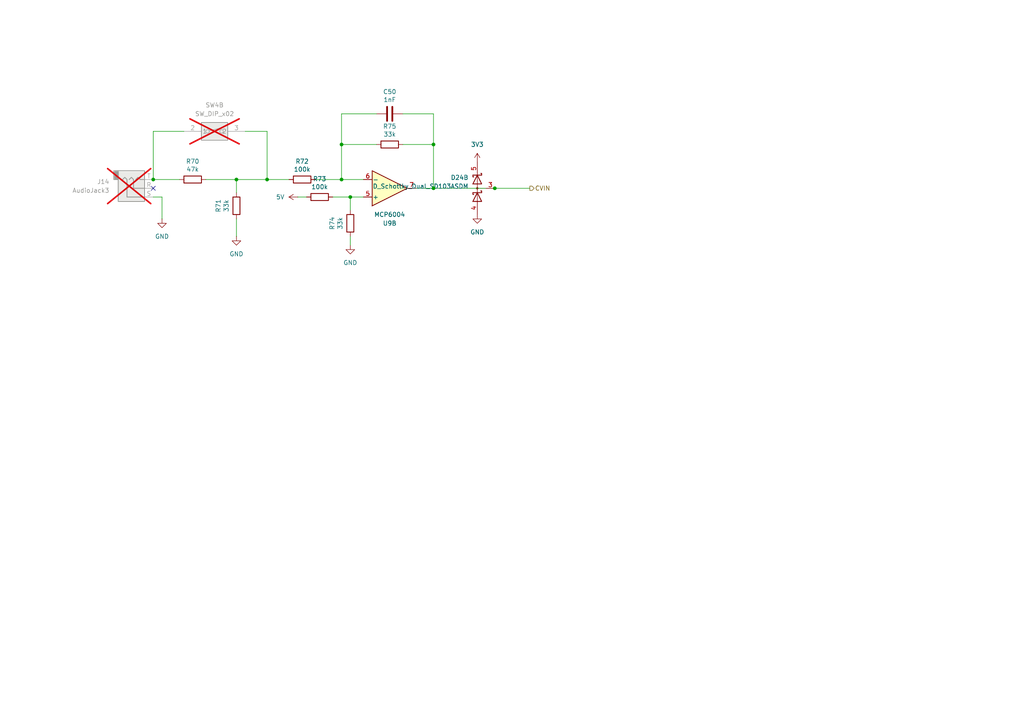
<source format=kicad_sch>
(kicad_sch (version 20231120) (generator "eeschema") (generator_version "8.0")
  (paper "A4")
  (lib_symbols
    (symbol "Amplifier_Operational:MCP6004" (pin_names (offset 0.127))
      (property "Reference" "U" (at 0 5.08 0))
      (property "Value" "MCP6004" (at 0 -5.08 0))
      (symbol "MCP6004_1_1"
        (polyline (pts (xy -5.08 5.08) (xy 5.08 0) (xy -5.08 -5.08) (xy -5.08 5.08)) (stroke (width 0.254)) (fill (type background)))
        (pin output line (at 7.62 0 180) (length 2.54) (name "~") (number "1"))
        (pin input line (at -7.62 -2.54 0) (length 2.54) (name "-") (number "2"))
        (pin input line (at -7.62 2.54 0) (length 2.54) (name "+") (number "3"))
      )
      (symbol "MCP6004_2_1"
        (polyline (pts (xy -5.08 5.08) (xy 5.08 0) (xy -5.08 -5.08) (xy -5.08 5.08)) (stroke (width 0.254)) (fill (type background)))
        (pin input line (at -7.62 2.54 0) (length 2.54) (name "+") (number "5"))
        (pin input line (at -7.62 -2.54 0) (length 2.54) (name "-") (number "6"))
        (pin output line (at 7.62 0 180) (length 2.54) (name "~") (number "7"))
      )
      (symbol "MCP6004_3_1"
        (polyline (pts (xy -5.08 5.08) (xy 5.08 0) (xy -5.08 -5.08) (xy -5.08 5.08)) (stroke (width 0.254)) (fill (type background)))
        (pin input line (at -7.62 2.54 0) (length 2.54) (name "+") (number "10"))
        (pin output line (at 7.62 0 180) (length 2.54) (name "~") (number "8"))
        (pin input line (at -7.62 -2.54 0) (length 2.54) (name "-") (number "9"))
      )
      (symbol "MCP6004_4_1"
        (polyline (pts (xy -5.08 5.08) (xy 5.08 0) (xy -5.08 -5.08) (xy -5.08 5.08)) (stroke (width 0.254)) (fill (type background)))
        (pin input line (at -7.62 2.54 0) (length 2.54) (name "+") (number "12"))
        (pin input line (at -7.62 -2.54 0) (length 2.54) (name "-") (number "13"))
        (pin output line (at 7.62 0 180) (length 2.54) (name "~") (number "14"))
      )
      (symbol "MCP6004_5_1"
        (pin power_in line (at -2.54 -7.62 90) (length 3.81) (name "V-") (number "11"))
        (pin power_in line (at -2.54 7.62 270) (length 3.81) (name "V+") (number "4"))
      )
    )
    (symbol "Connector_Audio:AudioJack3"
      (property "Reference" "J" (at 0 8.89 0))
      (property "Value" "AudioJack3" (at 0 6.35 0))
      (symbol "AudioJack3_0_1"
        (rectangle (start -5.08 -5.08) (end -6.35 -2.54) (stroke (width 0.254)) (fill (type outline)))
        (polyline (pts (xy 0 -2.54) (xy 0.635 -3.175) (xy 1.27 -2.54) (xy 2.54 -2.54)) (stroke (width 0.254)))
        (polyline (pts (xy -1.905 -2.54) (xy -1.27 -3.175) (xy -0.635 -2.54) (xy -0.635 0) (xy 2.54 0)) (stroke (width 0.254)))
        (polyline (pts (xy 2.54 2.54) (xy -2.54 2.54) (xy -2.54 -2.54) (xy -3.175 -3.175) (xy -3.81 -2.54)) (stroke (width 0.254)))
        (rectangle (start 2.54 3.81) (end -5.08 -5.08) (stroke (width 0.254)) (fill (type background)))
      )
      (symbol "AudioJack3_1_1"
        (pin passive line (at 5.08 0 180) (length 2.54) (name "~") (number "R"))
        (pin passive line (at 5.08 2.54 180) (length 2.54) (name "~") (number "S"))
        (pin passive line (at 5.08 -2.54 180) (length 2.54) (name "~") (number "T"))
      )
    )
    (symbol "Device:C" (pin_numbers hide) (pin_names (offset 0.254))
      (property "Reference" "C" (at 0.635 2.54 0))
      (property "Value" "C" (at 0.635 -2.54 0))
      (symbol "C_0_1"
        (polyline (pts (xy -2.032 -0.762) (xy 2.032 -0.762)) (stroke (width 0.508)))
        (polyline (pts (xy -2.032 0.762) (xy 2.032 0.762)) (stroke (width 0.508)))
      )
      (symbol "C_1_1"
        (pin passive line (at 0 3.81 270) (length 2.794) (name "~") (number "1"))
        (pin passive line (at 0 -3.81 90) (length 2.794) (name "~") (number "2"))
      )
    )
    (symbol "Device:R" (pin_numbers hide) (pin_names (offset 0))
      (property "Reference" "R" (at 2.032 0 90))
      (property "Value" "R" (at 0 0 90))
      (symbol "R_0_1"
        (rectangle (start -1.016 -2.54) (end 1.016 2.54) (stroke (width 0.254)))
      )
      (symbol "R_1_1"
        (pin passive line (at 0 3.81 270) (length 1.27) (name "~") (number "1"))
        (pin passive line (at 0 -3.81 90) (length 1.27) (name "~") (number "2"))
      )
    )
    (symbol "asynthosc_lib:D_Schottky_Dual_SD103ASDM" (pin_names (offset 0.762) hide)
      (property "Reference" "D" (at 1.27 -2.54 0))
      (property "Value" "D_Schottky_Dual_SD103ASDM" (at 0 2.54 0))
      (symbol "D_Schottky_Dual_SD103ASDM_0_1"
        (polyline (pts (xy 0 0) (xy 0 -2.54)))
        (polyline (pts (xy 3.81 0) (xy -3.81 0)))
        (polyline (pts (xy -1.27 -1.27) (xy -1.27 1.27) (xy -1.27 1.27)) (stroke (width 0.254)))
        (polyline (pts (xy 3.81 1.27) (xy 3.81 -1.27) (xy 3.81 -1.27)) (stroke (width 0.254)))
        (polyline (pts (xy -1.27 -1.27) (xy -0.762 -1.27) (xy -0.762 -1.016) (xy -0.762 -1.016)) (stroke (width 0.254)))
        (polyline (pts (xy 3.81 -1.27) (xy 4.318 -1.27) (xy 4.318 -1.016) (xy 4.318 -1.016)) (stroke (width 0.254)))
        (polyline (pts (xy 3.81 1.27) (xy 3.302 1.27) (xy 3.302 1.016) (xy 3.302 1.016)) (stroke (width 0.254)))
        (polyline (pts (xy -1.778 1.016) (xy -1.778 1.27) (xy -1.27 1.27) (xy -1.27 1.27) (xy -1.27 1.27)) (stroke (width 0.254)))
        (polyline (pts (xy -3.81 1.27) (xy -1.27 0) (xy -3.81 -1.27) (xy -3.81 1.27) (xy -3.81 1.27) (xy -3.81 1.27)) (stroke (width 0.254)))
        (polyline (pts (xy 1.27 1.27) (xy 3.81 0) (xy 1.27 -1.27) (xy 1.27 1.27) (xy 1.27 1.27) (xy 1.27 1.27)) (stroke (width 0.254)))
        (circle (center 0 0) (radius 0.254) (fill (type outline)))
      )
      (symbol "D_Schottky_Dual_SD103ASDM_1_1"
        (pin passive line (at -7.62 0 0) (length 3.81) (name "A") (number "1"))
        (pin passive line (at 7.62 0 180) (length 3.81) (name "K") (number "2"))
        (pin passive line (at 0 -5.08 90) (length 2.54) (name "common") (number "6"))
      )
      (symbol "D_Schottky_Dual_SD103ASDM_2_1"
        (pin passive line (at 0 -5.08 90) (length 2.54) (name "common") (number "3"))
        (pin passive line (at -7.62 0 0) (length 3.81) (name "A") (number "4"))
        (pin passive line (at 7.62 0 180) (length 3.81) (name "K") (number "5"))
      )
    )
    (symbol "asynthosc_lib:SW_DIP_x02_SEP" (pin_names (offset 0.254))
      (property "Reference" "SW" (at -2.54 4.064 0))
      (property "Value" "SW_DIP_x02" (at 0.254 -3.81 0))
      (symbol "SW_DIP_x02_SEP_0_0"
        (circle (center -2.032 0) (radius 0.508))
        (polyline (pts (xy -1.524 0.127) (xy 2.3622 1.1684)))
        (circle (center 2.032 0) (radius 0.508))
      )
      (symbol "SW_DIP_x02_SEP_0_1"
        (rectangle (start -3.81 2.54) (end 3.81 -2.54) (stroke (width 0.254)) (fill (type background)))
      )
      (symbol "SW_DIP_x02_SEP_1_1"
        (pin passive line (at -8.89 0 0) (length 5.08) (name "1") (number "1"))
        (pin passive line (at 8.89 0 180) (length 5.08) (name "2") (number "4"))
      )
      (symbol "SW_DIP_x02_SEP_2_1"
        (pin passive line (at -8.89 0 0) (length 5.08) (name "1") (number "2"))
        (pin passive line (at 8.89 0 180) (length 5.08) (name "2") (number "3"))
      )
    )
    (symbol "power:+3V3" (power) (pin_numbers hide) (pin_names (offset 0) hide)
      (property "Value" "+3V3" (at 0 3.556 0))
      (symbol "+3V3_0_1"
        (polyline (pts (xy -0.762 1.27) (xy 0 2.54)))
        (polyline (pts (xy 0 0) (xy 0 2.54)))
        (polyline (pts (xy 0 2.54) (xy 0.762 1.27)))
      )
      (symbol "+3V3_1_1"
        (pin power_in line (at 0 0 90) (length 0) (name "~") (number "1"))
      )
    )
    (symbol "power:GND" (power) (pin_numbers hide) (pin_names (offset 0) hide)
      (property "Value" "GND" (at 0 -3.81 0))
      (symbol "GND_0_1"
        (polyline (pts (xy 0 0) (xy 0 -1.27) (xy 1.27 -1.27) (xy 0 -2.54) (xy -1.27 -1.27) (xy 0 -1.27)))
      )
      (symbol "GND_1_1"
        (pin power_in line (at 0 0 270) (length 0) (name "~") (number "1"))
      )
    )
  )
  (junction (at 77.47 52.07))
  (junction (at 143.51 54.61))
  (junction (at 44.45 52.07))
  (junction (at 101.6 57.15))
  (junction (at 99.06 52.07))
  (junction (at 99.06 41.91))
  (junction (at 68.58 52.07))
  (junction (at 125.73 41.91))
  (junction (at 125.73 54.61))
  (no_connect (at 44.45 54.61))
  (wire (pts (xy 96.52 57.15) (xy 101.6 57.15)))
  (wire (pts (xy 101.6 57.15) (xy 105.41 57.15)))
  (wire (pts (xy 116.84 41.91) (xy 125.73 41.91)))
  (wire (pts (xy 109.22 33.02) (xy 99.06 33.02)))
  (wire (pts (xy 99.06 41.91) (xy 99.06 52.07)))
  (wire (pts (xy 125.73 54.61) (xy 120.65 54.61)))
  (wire (pts (xy 68.58 63.5) (xy 68.58 68.58)))
  (wire (pts (xy 125.73 41.91) (xy 125.73 54.61)))
  (wire (pts (xy 143.51 54.61) (xy 153.67 54.61)))
  (wire (pts (xy 86.36 57.15) (xy 88.9 57.15)))
  (wire (pts (xy 91.44 52.07) (xy 99.06 52.07)))
  (wire (pts (xy 46.99 57.15) (xy 44.45 57.15)))
  (wire (pts (xy 68.58 52.07) (xy 68.58 55.88)))
  (wire (pts (xy 109.22 41.91) (xy 99.06 41.91)))
  (wire (pts (xy 46.99 57.15) (xy 46.99 63.5)))
  (wire (pts (xy 83.82 52.07) (xy 77.47 52.07)))
  (wire (pts (xy 44.45 52.07) (xy 52.07 52.07)))
  (wire (pts (xy 125.73 33.02) (xy 125.73 41.91)))
  (wire (pts (xy 99.06 52.07) (xy 105.41 52.07)))
  (wire (pts (xy 44.45 52.07) (xy 44.45 38.1)))
  (wire (pts (xy 77.47 38.1) (xy 77.47 52.07)))
  (wire (pts (xy 99.06 33.02) (xy 99.06 41.91)))
  (wire (pts (xy 101.6 68.58) (xy 101.6 71.12)))
  (wire (pts (xy 59.69 52.07) (xy 68.58 52.07)))
  (wire (pts (xy 44.45 38.1) (xy 53.34 38.1)))
  (wire (pts (xy 125.73 54.61) (xy 143.51 54.61)))
  (wire (pts (xy 101.6 60.96) (xy 101.6 57.15)))
  (wire (pts (xy 68.58 52.07) (xy 77.47 52.07)))
  (wire (pts (xy 116.84 33.02) (xy 125.73 33.02)))
  (wire (pts (xy 71.12 38.1) (xy 77.47 38.1)))
  (hierarchical_label "CVIN" (shape output) (at 153.67 54.61 0))
  (symbol (lib_id "power:GND") (at 101.6 71.12 0) (unit 1)
    (property "Reference" "#PWR0124" (effects (hide yes)))
    (property "Value" "GND" (at 101.6 76.2 0))
    (property "Description" "Power symbol creates a global label with name \"GND\" , ground" (effects (hide yes)))
    (instances (project "asynthosc" (path "" (reference "#PWR0124") (unit 1)) (path "" (reference "#PWR085") (unit 1)) (path "" (reference "#PWR079") (unit 1)) (path "" (reference "#PWR073") (unit 1))))
  )
  (symbol (lib_id "power:+3V3") (at 86.36 57.15 90) (unit 1)
    (property "Reference" "#PWR0123" (effects (hide yes)))
    (property "Value" "5V" (at 82.55 57.1499 90) (effects (justify left)))
    (property "Description" "Power symbol creates a global label with name \"+3V3\"" (effects (hide yes)))
    (instances (project "asynthosc" (path "" (reference "#PWR0123") (unit 1)) (path "" (reference "#PWR084") (unit 1)) (path "" (reference "#PWR078") (unit 1)) (path "" (reference "#PWR072") (unit 1))))
  )
  (symbol (lib_id "Device:R") (at 113.03 41.91 270) (unit 1)
    (property "Reference" "R75" (at 113.03 36.6522 90))
    (property "Value" "33k" (at 113.03 38.9636 90))
    (property "Footprint" "Resistor_SMD:R_0402_1005Metric" (effects (hide yes)))
    (property "Description" "Resistor" (effects (hide yes)))
    (property "LCSC" "C25779" (effects (hide yes)))
    (property "RefNum" "_generic_" (effects (hide yes)))
    (property "JLC" "0402" (effects (hide yes)))
    (instances (project "asynthosc" (path "" (reference "R75") (unit 1)) (path "" (reference "R44") (unit 1)) (path "" (reference "R38") (unit 1)) (path "" (reference "R32") (unit 1))))
  )
  (symbol (lib_id "Device:R") (at 55.88 52.07 270) (unit 1)
    (property "Reference" "R70" (at 55.88 46.8122 90))
    (property "Value" "47k" (at 55.88 49.1236 90))
    (property "Footprint" "Resistor_SMD:R_0402_1005Metric" (effects (hide yes)))
    (property "Description" "Resistor" (effects (hide yes)))
    (property "LCSC" "C25792" (effects (hide yes)))
    (property "RefNum" "_generic_" (effects (hide yes)))
    (property "JLC" "0402" (effects (hide yes)))
    (instances (project "asynthosc" (path "" (reference "R70") (unit 1)) (path "" (reference "R39") (unit 1)) (path "" (reference "R33") (unit 1)) (path "" (reference "R27") (unit 1))))
  )
  (symbol (lib_id "power:GND") (at 68.58 68.58 0) (unit 1)
    (property "Reference" "#PWR0122" (effects (hide yes)))
    (property "Value" "GND" (at 68.58 73.66 0))
    (property "Description" "Power symbol creates a global label with name \"GND\" , ground" (effects (hide yes)))
    (instances (project "asynthosc" (path "" (reference "#PWR0122") (unit 1)) (path "" (reference "#PWR083") (unit 1)) (path "" (reference "#PWR077") (unit 1)) (path "" (reference "#PWR071") (unit 1))))
  )
  (symbol (lib_id "power:GND") (at 138.43 62.23 0) (unit 1)
    (property "Reference" "#PWR0155" (effects (hide yes)))
    (property "Value" "GND" (at 138.43 67.31 0))
    (property "Description" "Power symbol creates a global label with name \"GND\" , ground" (effects (hide yes)))
    (instances (project "asynthosc" (path "" (reference "#PWR0155") (unit 1)) (path "" (reference "#PWR0154") (unit 1)) (path "" (reference "#PWR0153") (unit 1)) (path "" (reference "#PWR0152") (unit 1))))
  )
  (symbol (lib_id "asynthosc_lib:D_Schottky_Dual_SD103ASDM") (at 138.43 54.61 90) (unit 2)
    (property "Reference" "D24" (at 135.89 51.4984 90) (effects (justify left)))
    (property "Value" "D_Schottky_Dual_SD103ASDM" (at 135.89 54.0384 90) (effects (justify left)))
    (property "Footprint" "Package_TO_SOT_SMD:SOT-23-6" (effects (hide yes)))
    (property "Description" "Dual Schottky diode, anode/center/cathode" (effects (hide yes)))
    (property "LCSC" "C154909" (effects (hide yes)))
    (property "Manufacturer" "Diodes, Inc" (effects (hide yes)))
    (property "RefNum" "SD103ASDM-7-F" (effects (hide yes)))
    (property "JLC" "SOT-23-6" (effects (hide yes)))
    (instances (project "asynthosc" (path "" (reference "D24") (unit 2)) (path "" (reference "D24") (unit 1)) (path "" (reference "D22") (unit 2)) (path "" (reference "D22") (unit 1))))
  )
  (symbol (lib_id "asynthosc_lib:SW_DIP_x02_SEP") (at 62.23 38.1 0) (unit 2) (dnp yes)
    (property "Reference" "SW4" (at 62.23 30.48 0))
    (property "Value" "SW_DIP_x02" (at 62.23 33.02 0))
    (property "Footprint" "Button_Switch_SMD:SW_DIP_SPSTx02_Slide_9.78x7.26mm_W8.61mm_P2.54mm" (effects (hide yes)))
    (property "LCSC" "C18198124" (effects (hide yes)))
    (property "Manufacturer" "Hanbo" (effects (hide yes)))
    (property "RefNum" "DO-02PD" (effects (hide yes)))
    (instances (project "" (path "" (reference "SW4") (unit 2)) (path "" (reference "SW4") (unit 1)) (path "" (reference "SW3") (unit 2)) (path "" (reference "SW3") (unit 1))))
  )
  (symbol (lib_id "Connector_Audio:AudioJack3") (at 39.37 54.61 0) (mirror x) (unit 1) (dnp yes)
    (property "Reference" "J14" (at 31.75 52.7049 0) (effects (justify right)))
    (property "Value" "AudioJack3" (at 31.75 55.2449 0) (effects (justify right)))
    (property "Footprint" "asynthosc:Jack_3.5mm_3legs_XKB_PJ-3411_Vertical" (effects (hide yes)))
    (property "Description" "Audio Jack, 3 Poles (Stereo / TRS)" (effects (hide yes)))
    (property "Sim.Device" "V" (effects (hide yes)))
    (property "Sim.Type" "SIN" (effects (hide yes)))
    (property "Sim.Pins" "S=- T=+" (effects (hide yes)))
    (property "Sim.Params" "dc=0 ampl=12 f=2" (effects (hide yes)))
    (property "LCSC" "C381132" (effects (hide yes)))
    (property "Manufacturer" "XKB" (effects (hide yes)))
    (property "RefNum" "PJ-3411 " (effects (hide yes)))
    (instances (project "asynthosc" (path "" (reference "J14") (unit 1)) (path "" (reference "J10") (unit 1)) (path "" (reference "J9") (unit 1)) (path "" (reference "J8") (unit 1))))
  )
  (symbol (lib_id "Amplifier_Operational:MCP6004") (at 113.03 54.61 0) (mirror x) (unit 2)
    (property "Reference" "U9" (at 113.03 64.77 0))
    (property "Value" "MCP6004" (at 113.03 62.23 0))
    (property "Footprint" "Package_SO:TSSOP-14_4.4x5mm_P0.65mm" (effects (hide yes)))
    (property "Datasheet" "http://ww1.microchip.com/downloads/en/DeviceDoc/21733j.pdf" (effects (hide yes)))
    (property "Description" "1MHz, Low-Power Op Amp, DIP-14/SOIC-14/TSSOP-14" (effects (hide yes)))
    (property "Sim.Library" "/home/eve/Documents/asynth2osc/kicad/asynthosc/spice_mods/MCP600x.txt" (effects (hide yes)))
    (property "Sim.Name" "MCP6004_pinout" (effects (hide yes)))
    (property "Sim.Device" "SUBCKT" (effects (hide yes)))
    (property "Sim.Pins" "1=1 2=2 3=3 4=4 5=5 6=6 7=7 8=8 9=9 10=10 11=11 12=12 13=13 14=14" (effects (hide yes)))
    (property "LCSC" "C627416" (effects (hide yes)))
    (property "Manufacturer" "Microchip" (effects (hide yes)))
    (property "RefNum" " MCP6004T-E/ST" (effects (hide yes)))
    (property "JLC" "TSSOP-14" (effects (hide yes)))
    (instances (project "asynthosc" (path "" (reference "U9") (unit 2)) (path "" (reference "U9") (unit 1)) (path "" (reference "U8") (unit 2)) (path "" (reference "U8") (unit 1))))
  )
  (symbol (lib_id "Device:C") (at 113.03 33.02 270) (unit 1)
    (property "Reference" "C50" (at 113.03 26.6192 90))
    (property "Value" "1nF" (at 113.03 28.9306 90))
    (property "Footprint" "Capacitor_SMD:C_0603_1608Metric" (effects (hide yes)))
    (property "Description" "Unpolarized capacitor" (effects (hide yes)))
    (property "LCSC" "C1588" (effects (hide yes)))
    (property "RefNum" "_generic_" (effects (hide yes)))
    (property "JLC" "0603" (effects (hide yes)))
    (instances (project "asynthosc" (path "" (reference "C50") (unit 1)) (path "" (reference "C36") (unit 1)) (path "" (reference "C35") (unit 1)) (path "" (reference "C34") (unit 1))))
  )
  (symbol (lib_id "Device:R") (at 92.71 57.15 270) (unit 1)
    (property "Reference" "R73" (at 92.71 51.8922 90))
    (property "Value" "100k" (at 92.71 54.2036 90))
    (property "Footprint" "Resistor_SMD:R_0402_1005Metric" (effects (hide yes)))
    (property "Description" "Resistor" (effects (hide yes)))
    (property "LCSC" "C25741" (effects (hide yes)))
    (property "RefNum" "_generic_" (effects (hide yes)))
    (property "JLC" "0402" (effects (hide yes)))
    (instances (project "asynthosc" (path "" (reference "R73") (unit 1)) (path "" (reference "R42") (unit 1)) (path "" (reference "R36") (unit 1)) (path "" (reference "R30") (unit 1))))
  )
  (symbol (lib_id "Device:R") (at 68.58 59.69 0) (unit 1)
    (property "Reference" "R71" (at 63.3222 59.69 90))
    (property "Value" "33k" (at 65.6336 59.69 90))
    (property "Footprint" "Resistor_SMD:R_0402_1005Metric" (effects (hide yes)))
    (property "Description" "Resistor" (effects (hide yes)))
    (property "LCSC" "C25779" (effects (hide yes)))
    (property "RefNum" "_generic_" (effects (hide yes)))
    (property "JLC" "0402" (effects (hide yes)))
    (instances (project "asynthosc" (path "" (reference "R71") (unit 1)) (path "" (reference "R40") (unit 1)) (path "" (reference "R34") (unit 1)) (path "" (reference "R28") (unit 1))))
  )
  (symbol (lib_id "Device:R") (at 101.6 64.77 0) (unit 1)
    (property "Reference" "R74" (at 96.3422 64.77 90))
    (property "Value" "33k" (at 98.6536 64.77 90))
    (property "Footprint" "Resistor_SMD:R_0402_1005Metric" (effects (hide yes)))
    (property "Description" "Resistor" (effects (hide yes)))
    (property "LCSC" "C25779" (effects (hide yes)))
    (property "RefNum" "_generic_" (effects (hide yes)))
    (property "JLC" "0402" (effects (hide yes)))
    (instances (project "asynthosc" (path "" (reference "R74") (unit 1)) (path "" (reference "R43") (unit 1)) (path "" (reference "R37") (unit 1)) (path "" (reference "R31") (unit 1))))
  )
  (symbol (lib_id "power:GND") (at 46.99 63.5 0) (unit 1)
    (property "Reference" "#PWR0121" (effects (hide yes)))
    (property "Value" "GND" (at 46.99 68.58 0))
    (property "Description" "Power symbol creates a global label with name \"GND\" , ground" (effects (hide yes)))
    (instances (project "asynthosc" (path "" (reference "#PWR0121") (unit 1)) (path "" (reference "#PWR082") (unit 1)) (path "" (reference "#PWR076") (unit 1)) (path "" (reference "#PWR070") (unit 1))))
  )
  (symbol (lib_id "power:+3V3") (at 138.43 46.99 0) (unit 1)
    (property "Reference" "#PWR0151" (effects (hide yes)))
    (property "Value" "3V3" (at 138.43 41.91 0))
    (property "Description" "Power symbol creates a global label with name \"+3V3\"" (effects (hide yes)))
    (instances (project "asynthosc" (path "" (reference "#PWR0151") (unit 1)) (path "" (reference "#PWR0150") (unit 1)) (path "" (reference "#PWR0149") (unit 1)) (path "" (reference "#PWR0148") (unit 1))))
  )
  (symbol (lib_id "Device:R") (at 87.63 52.07 270) (unit 1)
    (property "Reference" "R72" (at 87.63 46.8122 90))
    (property "Value" "100k" (at 87.63 49.1236 90))
    (property "Footprint" "Resistor_SMD:R_0402_1005Metric" (effects (hide yes)))
    (property "Description" "Resistor" (effects (hide yes)))
    (property "LCSC" "C25741" (effects (hide yes)))
    (property "RefNum" "_generic_" (effects (hide yes)))
    (property "JLC" "0402" (effects (hide yes)))
    (instances (project "asynthosc" (path "" (reference "R72") (unit 1)) (path "" (reference "R41") (unit 1)) (path "" (reference "R35") (unit 1)) (path "" (reference "R29") (unit 1))))
  )
)
</source>
